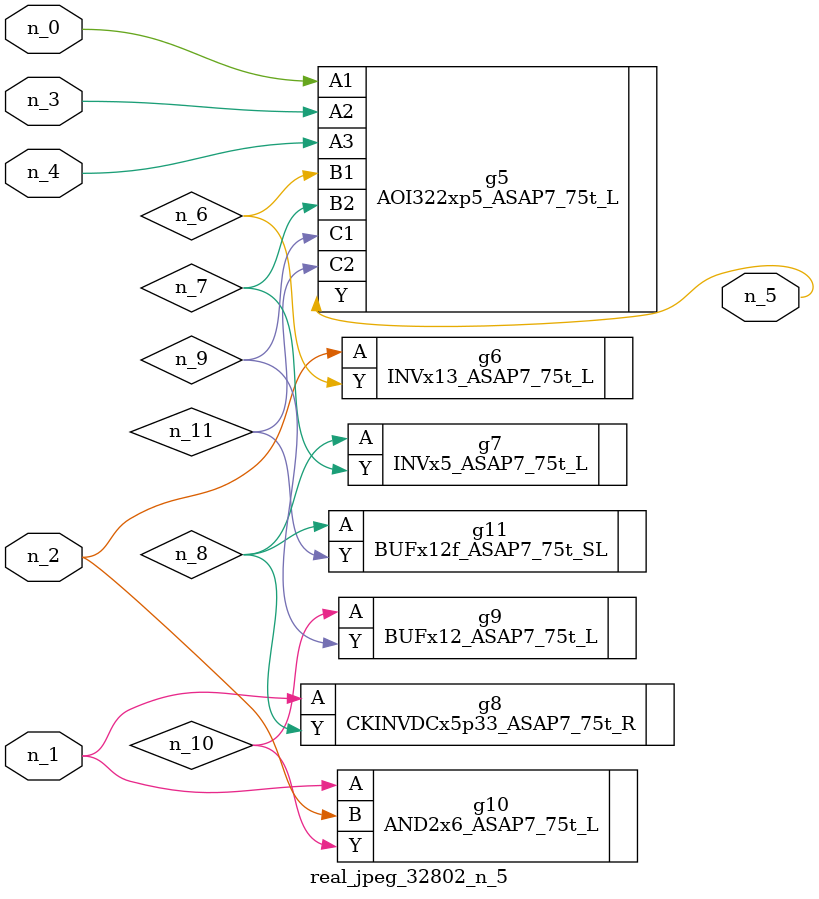
<source format=v>
module real_jpeg_32802_n_5 (n_4, n_0, n_1, n_2, n_3, n_5);

input n_4;
input n_0;
input n_1;
input n_2;
input n_3;

output n_5;

wire n_8;
wire n_11;
wire n_6;
wire n_7;
wire n_10;
wire n_9;

AOI322xp5_ASAP7_75t_L g5 ( 
.A1(n_0),
.A2(n_3),
.A3(n_4),
.B1(n_6),
.B2(n_7),
.C1(n_9),
.C2(n_11),
.Y(n_5)
);

CKINVDCx5p33_ASAP7_75t_R g8 ( 
.A(n_1),
.Y(n_8)
);

AND2x6_ASAP7_75t_L g10 ( 
.A(n_1),
.B(n_2),
.Y(n_10)
);

INVx13_ASAP7_75t_L g6 ( 
.A(n_2),
.Y(n_6)
);

INVx5_ASAP7_75t_L g7 ( 
.A(n_8),
.Y(n_7)
);

BUFx12f_ASAP7_75t_SL g11 ( 
.A(n_8),
.Y(n_11)
);

BUFx12_ASAP7_75t_L g9 ( 
.A(n_10),
.Y(n_9)
);


endmodule
</source>
